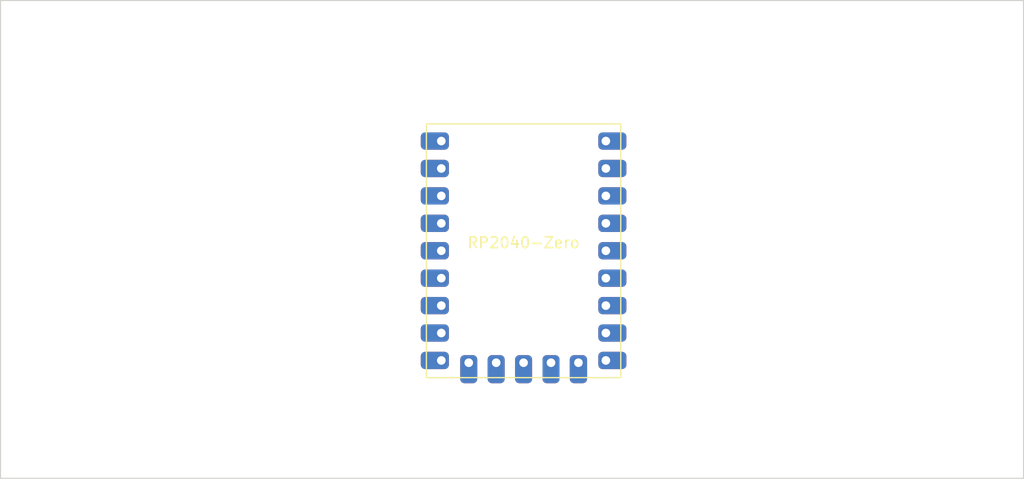
<source format=kicad_pcb>
(kicad_pcb (version 20211014) (generator pcbnew)
  (title_block (title "Amarilis Keyboard") (date "2023-03-17") (rev "1.0") (company "@tangzero"))
  (layers (0 "F.Cu" signal) (31 "B.Cu" signal) (34 "B.Paste" user) (35 "F.Paste" user) (36 "B.SilkS" user "B.Silkscreen") (37 "F.SilkS" user "F.Silkscreen") (38 "B.Mask" user) (39 "F.Mask" user) (44 "Edge.Cuts" user))
  (net 0 "")
  (footprint "RP2040-Zero-Kicad:RP2040-Zero" (layer "F.Cu") (at 134.035 71.875)
    (fp_text reference "RZ1")
    (fp_text value "RP2040-Zero" (at 10.16 -13.45 unlocked) (layer "F.SilkS"))
    (fp_line (start 1.16 -24.45) (end 1.16 -0.95) (layer "F.SilkS") (width 0.12))
    (fp_line (start 19.16 -0.95) (end 19.16 -24.45) (layer "F.SilkS") (width 0.12))
    (fp_line (start 1.16 -0.95) (end 19.16 -0.95) (layer "F.SilkS") (width 0.12))
    (fp_line (start 19.16 -24.45) (end 1.16 -24.45) (layer "F.SilkS") (width 0.12))
    (pad "1" thru_hole roundrect (at 17.78 -22.86) (size 2.6 1.6) (drill 0.8 (offset 0.6 0)) (layers *.Cu *.Mask))
    (pad "2" thru_hole roundrect (at 17.78 -20.32) (size 2.6 1.6) (drill 0.8 (offset 0.6 0)) (layers *.Cu *.Mask))
    (pad "3" thru_hole roundrect (at 17.78 -17.78) (size 2.6 1.6) (drill 0.8 (offset 0.6 0)) (layers *.Cu *.Mask))
    (pad "4" thru_hole roundrect (at 17.78 -15.24) (size 2.6 1.6) (drill 0.8 (offset 0.6 0)) (layers *.Cu *.Mask))
    (pad "5" thru_hole roundrect (at 17.78 -12.7) (size 2.6 1.6) (drill 0.8 (offset 0.6 0)) (layers *.Cu *.Mask))
    (pad "6" thru_hole roundrect (at 17.78 -10.16) (size 2.6 1.6002) (drill 0.8 (offset 0.6 0)) (layers *.Cu *.Mask))
    (pad "7" thru_hole roundrect (at 17.78 -7.62) (size 2.6 1.6002) (drill 0.8 (offset 0.6 0)) (layers *.Cu *.Mask))
    (pad "8" thru_hole roundrect (at 17.78 -5.08) (size 2.6 1.6002) (drill 0.8 (offset 0.6 0)) (layers *.Cu *.Mask))
    (pad "9" thru_hole roundrect (at 17.78 -2.54) (size 2.6 1.6002) (drill 0.8 (offset 0.6 0)) (layers *.Cu *.Mask))
    (pad "10" thru_hole roundrect (at 15.24 -2.33) (size 1.6 2.6) (drill 0.8 (offset 0 0.6)) (layers *.Cu *.Mask))
    (pad "11" thru_hole roundrect (at 12.7 -2.33) (size 1.5748 2.6) (drill 0.8 (offset 0 0.6)) (layers *.Cu *.Mask))
    (pad "12" thru_hole roundrect (at 10.16 -2.33) (size 1.5748 2.6) (drill 0.8 (offset 0 0.6)) (layers *.Cu *.Mask))
    (pad "13" thru_hole roundrect (at 7.62 -2.33) (size 1.5748 2.6) (drill 0.8 (offset 0 0.6)) (layers *.Cu *.Mask))
    (pad "14" thru_hole roundrect (at 5.08 -2.33) (size 1.5748 2.6) (drill 0.8 (offset 0 0.6)) (layers *.Cu *.Mask))
    (pad "15" thru_hole roundrect (at 2.54 -2.54) (size 2.6 1.6002) (drill 0.8 (offset -0.6 0)) (layers *.Cu *.Mask))
    (pad "16" thru_hole roundrect (at 2.54 -5.08) (size 2.6 1.6002) (drill 0.8 (offset -0.6 0)) (layers *.Cu *.Mask))
    (pad "17" thru_hole roundrect (at 2.54 -7.62) (size 2.6 1.6002) (drill 0.8 (offset -0.6 0)) (layers *.Cu *.Mask))
    (pad "18" thru_hole roundrect (at 2.54 -10.16) (size 2.6 1.6002) (drill 0.8 (offset -0.6 0)) (layers *.Cu *.Mask))
    (pad "19" thru_hole roundrect (at 2.54 -22.86) (size 2.6 1.6002) (drill 0.8 (offset -0.6 0)) (layers *.Cu *.Mask))
    (pad "20" thru_hole roundrect (at 2.54 -20.32) (size 2.6 1.6002) (drill 0.8 (offset -0.6 0)) (layers *.Cu *.Mask))
    (pad "21" thru_hole roundrect (at 2.54 -17.78) (size 2.6 1.6002) (drill 0.8 (offset -0.6 0)) (layers *.Cu *.Mask))
    (pad "22" thru_hole roundrect (at 2.54 -12.7) (size 2.6 1.6002) (drill 0.8 (offset -0.6 0)) (layers *.Cu *.Mask))
    (pad "23" thru_hole roundrect (at 2.54 -15.24) (size 2.6 1.6002) (drill 0.8 (offset -0.6 0)) (layers *.Cu *.Mask))
  )
  (gr_rect (start 95.75 36) (end 190.5 80.25) (layer "Edge.Cuts") (width 0.1) (fill none))
)
</source>
